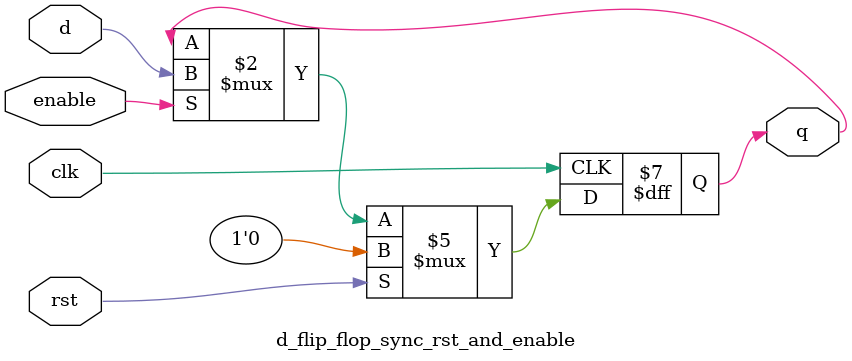
<source format=sv>
module d_flip_flop_sync_rst_and_enable
(
    input  clk,
    input  rst,
    input  enable,
    input  d,
    output logic q
);

    always_ff @ (posedge clk)
        if (rst)
            q <= 1'b0;
        else if (enable)
            q <= d;

endmodule

</source>
